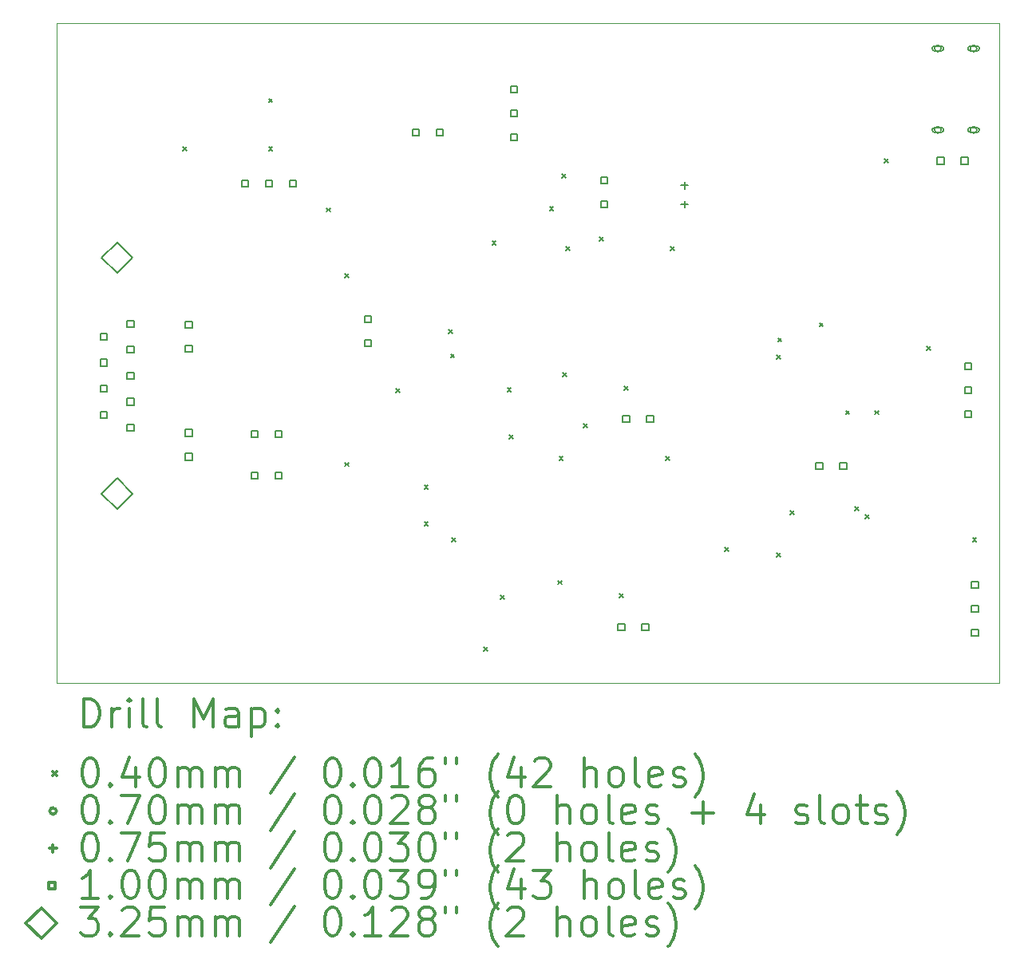
<source format=gbr>
%FSLAX45Y45*%
G04 Gerber Fmt 4.5, Leading zero omitted, Abs format (unit mm)*
G04 Created by KiCad (PCBNEW (5.1.5-0)) date 2022-06-02 10:47:22*
%MOMM*%
%LPD*%
G04 APERTURE LIST*
%TA.AperFunction,Profile*%
%ADD10C,0.050000*%
%TD*%
%ADD11C,0.200000*%
%ADD12C,0.300000*%
G04 APERTURE END LIST*
D10*
X11000000Y-12000000D02*
X11000000Y-5000000D01*
X21000000Y-12000000D02*
X11000000Y-12000000D01*
X21000000Y-5000000D02*
X21000000Y-12000000D01*
X11000000Y-5000000D02*
X21000000Y-5000000D01*
D11*
X12340000Y-6310000D02*
X12380000Y-6350000D01*
X12380000Y-6310000D02*
X12340000Y-6350000D01*
X13250000Y-5800000D02*
X13290000Y-5840000D01*
X13290000Y-5800000D02*
X13250000Y-5840000D01*
X13250000Y-6310000D02*
X13290000Y-6350000D01*
X13290000Y-6310000D02*
X13250000Y-6350000D01*
X13860000Y-6960000D02*
X13900000Y-7000000D01*
X13900000Y-6960000D02*
X13860000Y-7000000D01*
X14060000Y-7660000D02*
X14100000Y-7700000D01*
X14100000Y-7660000D02*
X14060000Y-7700000D01*
X14060000Y-9660000D02*
X14100000Y-9700000D01*
X14100000Y-9660000D02*
X14060000Y-9700000D01*
X14600000Y-8880000D02*
X14640000Y-8920000D01*
X14640000Y-8880000D02*
X14600000Y-8920000D01*
X14900000Y-9900000D02*
X14940000Y-9940000D01*
X14940000Y-9900000D02*
X14900000Y-9940000D01*
X14900000Y-10290000D02*
X14940000Y-10330000D01*
X14940000Y-10290000D02*
X14900000Y-10330000D01*
X15160000Y-8250000D02*
X15200000Y-8290000D01*
X15200000Y-8250000D02*
X15160000Y-8290000D01*
X15180000Y-8510000D02*
X15220000Y-8550000D01*
X15220000Y-8510000D02*
X15180000Y-8550000D01*
X15190000Y-10460000D02*
X15230000Y-10500000D01*
X15230000Y-10460000D02*
X15190000Y-10500000D01*
X15530000Y-11620000D02*
X15570000Y-11660000D01*
X15570000Y-11620000D02*
X15530000Y-11660000D01*
X15620000Y-7310000D02*
X15660000Y-7350000D01*
X15660000Y-7310000D02*
X15620000Y-7350000D01*
X15710000Y-11070000D02*
X15750000Y-11110000D01*
X15750000Y-11070000D02*
X15710000Y-11110000D01*
X15780000Y-8870000D02*
X15820000Y-8910000D01*
X15820000Y-8870000D02*
X15780000Y-8910000D01*
X15800000Y-9370000D02*
X15840000Y-9410000D01*
X15840000Y-9370000D02*
X15800000Y-9410000D01*
X16230000Y-6950000D02*
X16270000Y-6990000D01*
X16270000Y-6950000D02*
X16230000Y-6990000D01*
X16320000Y-10912500D02*
X16360000Y-10952500D01*
X16360000Y-10912500D02*
X16320000Y-10952500D01*
X16330000Y-9600000D02*
X16370000Y-9640000D01*
X16370000Y-9600000D02*
X16330000Y-9640000D01*
X16360000Y-6600000D02*
X16400000Y-6640000D01*
X16400000Y-6600000D02*
X16360000Y-6640000D01*
X16370000Y-8710000D02*
X16410000Y-8750000D01*
X16410000Y-8710000D02*
X16370000Y-8750000D01*
X16400000Y-7370000D02*
X16440000Y-7410000D01*
X16440000Y-7370000D02*
X16400000Y-7410000D01*
X16590000Y-9250000D02*
X16630000Y-9290000D01*
X16630000Y-9250000D02*
X16590000Y-9290000D01*
X16760000Y-7270000D02*
X16800000Y-7310000D01*
X16800000Y-7270000D02*
X16760000Y-7310000D01*
X16970000Y-11052500D02*
X17010000Y-11092500D01*
X17010000Y-11052500D02*
X16970000Y-11092500D01*
X17020000Y-8850000D02*
X17060000Y-8890000D01*
X17060000Y-8850000D02*
X17020000Y-8890000D01*
X17460000Y-9600000D02*
X17500000Y-9640000D01*
X17500000Y-9600000D02*
X17460000Y-9640000D01*
X17510000Y-7370000D02*
X17550000Y-7410000D01*
X17550000Y-7370000D02*
X17510000Y-7410000D01*
X18090000Y-10560000D02*
X18130000Y-10600000D01*
X18130000Y-10560000D02*
X18090000Y-10600000D01*
X18640000Y-8520000D02*
X18680000Y-8560000D01*
X18680000Y-8520000D02*
X18640000Y-8560000D01*
X18640000Y-10620000D02*
X18680000Y-10660000D01*
X18680000Y-10620000D02*
X18640000Y-10660000D01*
X18650000Y-8340000D02*
X18690000Y-8380000D01*
X18690000Y-8340000D02*
X18650000Y-8380000D01*
X18780999Y-10170999D02*
X18820999Y-10210999D01*
X18820999Y-10170999D02*
X18780999Y-10210999D01*
X19090000Y-8180000D02*
X19130000Y-8220000D01*
X19130000Y-8180000D02*
X19090000Y-8220000D01*
X19370000Y-9110000D02*
X19410000Y-9150000D01*
X19410000Y-9110000D02*
X19370000Y-9150000D01*
X19470000Y-10130000D02*
X19510000Y-10170000D01*
X19510000Y-10130000D02*
X19470000Y-10170000D01*
X19577500Y-10213000D02*
X19617500Y-10253000D01*
X19617500Y-10213000D02*
X19577500Y-10253000D01*
X19680000Y-9110000D02*
X19720000Y-9150000D01*
X19720000Y-9110000D02*
X19680000Y-9150000D01*
X19780000Y-6440000D02*
X19820000Y-6480000D01*
X19820000Y-6440000D02*
X19780000Y-6480000D01*
X20230000Y-8430000D02*
X20270000Y-8470000D01*
X20270000Y-8430000D02*
X20230000Y-8470000D01*
X20717500Y-10463000D02*
X20757500Y-10503000D01*
X20757500Y-10463000D02*
X20717500Y-10503000D01*
X20382500Y-5268000D02*
G75*
G03X20382500Y-5268000I-35000J0D01*
G01*
X20312450Y-5293000D02*
X20382550Y-5293000D01*
X20312450Y-5243000D02*
X20382550Y-5243000D01*
X20382550Y-5293000D02*
G75*
G03X20382550Y-5243000I0J25000D01*
G01*
X20312450Y-5243000D02*
G75*
G03X20312450Y-5293000I0J-25000D01*
G01*
X20382500Y-6132000D02*
G75*
G03X20382500Y-6132000I-35000J0D01*
G01*
X20312450Y-6157000D02*
X20382550Y-6157000D01*
X20312450Y-6107000D02*
X20382550Y-6107000D01*
X20382550Y-6157000D02*
G75*
G03X20382550Y-6107000I0J25000D01*
G01*
X20312450Y-6107000D02*
G75*
G03X20312450Y-6157000I0J-25000D01*
G01*
X20762500Y-5268000D02*
G75*
G03X20762500Y-5268000I-35000J0D01*
G01*
X20692450Y-5293000D02*
X20762550Y-5293000D01*
X20692450Y-5243000D02*
X20762550Y-5243000D01*
X20762550Y-5293000D02*
G75*
G03X20762550Y-5243000I0J25000D01*
G01*
X20692450Y-5243000D02*
G75*
G03X20692450Y-5293000I0J-25000D01*
G01*
X20762500Y-6132000D02*
G75*
G03X20762500Y-6132000I-35000J0D01*
G01*
X20692450Y-6157000D02*
X20762550Y-6157000D01*
X20692450Y-6107000D02*
X20762550Y-6107000D01*
X20762550Y-6157000D02*
G75*
G03X20762550Y-6107000I0J25000D01*
G01*
X20692450Y-6107000D02*
G75*
G03X20692450Y-6157000I0J-25000D01*
G01*
X17660000Y-6682500D02*
X17660000Y-6757500D01*
X17622500Y-6720000D02*
X17697500Y-6720000D01*
X17660000Y-6882500D02*
X17660000Y-6957500D01*
X17622500Y-6920000D02*
X17697500Y-6920000D01*
X19125356Y-9735356D02*
X19125356Y-9664644D01*
X19054644Y-9664644D01*
X19054644Y-9735356D01*
X19125356Y-9735356D01*
X19379356Y-9735356D02*
X19379356Y-9664644D01*
X19308644Y-9664644D01*
X19308644Y-9735356D01*
X19379356Y-9735356D01*
X20411356Y-6495356D02*
X20411356Y-6424644D01*
X20340644Y-6424644D01*
X20340644Y-6495356D01*
X20411356Y-6495356D01*
X20665356Y-6495356D02*
X20665356Y-6424644D01*
X20594644Y-6424644D01*
X20594644Y-6495356D01*
X20665356Y-6495356D01*
X13035356Y-6735356D02*
X13035356Y-6664644D01*
X12964644Y-6664644D01*
X12964644Y-6735356D01*
X13035356Y-6735356D01*
X13289356Y-6735356D02*
X13289356Y-6664644D01*
X13218644Y-6664644D01*
X13218644Y-6735356D01*
X13289356Y-6735356D01*
X13543356Y-6735356D02*
X13543356Y-6664644D01*
X13472644Y-6664644D01*
X13472644Y-6735356D01*
X13543356Y-6735356D01*
X12435356Y-8235356D02*
X12435356Y-8164644D01*
X12364644Y-8164644D01*
X12364644Y-8235356D01*
X12435356Y-8235356D01*
X12435356Y-8489356D02*
X12435356Y-8418644D01*
X12364644Y-8418644D01*
X12364644Y-8489356D01*
X12435356Y-8489356D01*
X14845356Y-6195356D02*
X14845356Y-6124644D01*
X14774644Y-6124644D01*
X14774644Y-6195356D01*
X14845356Y-6195356D01*
X15099356Y-6195356D02*
X15099356Y-6124644D01*
X15028644Y-6124644D01*
X15028644Y-6195356D01*
X15099356Y-6195356D01*
X20775356Y-10995356D02*
X20775356Y-10924644D01*
X20704644Y-10924644D01*
X20704644Y-10995356D01*
X20775356Y-10995356D01*
X20775356Y-11249356D02*
X20775356Y-11178644D01*
X20704644Y-11178644D01*
X20704644Y-11249356D01*
X20775356Y-11249356D01*
X20775356Y-11503356D02*
X20775356Y-11432644D01*
X20704644Y-11432644D01*
X20704644Y-11503356D01*
X20775356Y-11503356D01*
X11533356Y-8361356D02*
X11533356Y-8290644D01*
X11462644Y-8290644D01*
X11462644Y-8361356D01*
X11533356Y-8361356D01*
X11533356Y-8637356D02*
X11533356Y-8566644D01*
X11462644Y-8566644D01*
X11462644Y-8637356D01*
X11533356Y-8637356D01*
X11533356Y-8913356D02*
X11533356Y-8842644D01*
X11462644Y-8842644D01*
X11462644Y-8913356D01*
X11533356Y-8913356D01*
X11533356Y-9189356D02*
X11533356Y-9118644D01*
X11462644Y-9118644D01*
X11462644Y-9189356D01*
X11533356Y-9189356D01*
X11817356Y-8223356D02*
X11817356Y-8152644D01*
X11746644Y-8152644D01*
X11746644Y-8223356D01*
X11817356Y-8223356D01*
X11817356Y-8499356D02*
X11817356Y-8428644D01*
X11746644Y-8428644D01*
X11746644Y-8499356D01*
X11817356Y-8499356D01*
X11817356Y-8775356D02*
X11817356Y-8704644D01*
X11746644Y-8704644D01*
X11746644Y-8775356D01*
X11817356Y-8775356D01*
X11817356Y-9051356D02*
X11817356Y-8980644D01*
X11746644Y-8980644D01*
X11746644Y-9051356D01*
X11817356Y-9051356D01*
X11817356Y-9327356D02*
X11817356Y-9256644D01*
X11746644Y-9256644D01*
X11746644Y-9327356D01*
X11817356Y-9327356D01*
X15885356Y-5735356D02*
X15885356Y-5664644D01*
X15814644Y-5664644D01*
X15814644Y-5735356D01*
X15885356Y-5735356D01*
X15885356Y-5989356D02*
X15885356Y-5918644D01*
X15814644Y-5918644D01*
X15814644Y-5989356D01*
X15885356Y-5989356D01*
X15885356Y-6243356D02*
X15885356Y-6172644D01*
X15814644Y-6172644D01*
X15814644Y-6243356D01*
X15885356Y-6243356D01*
X12435356Y-9381356D02*
X12435356Y-9310644D01*
X12364644Y-9310644D01*
X12364644Y-9381356D01*
X12435356Y-9381356D01*
X12435356Y-9635356D02*
X12435356Y-9564644D01*
X12364644Y-9564644D01*
X12364644Y-9635356D01*
X12435356Y-9635356D01*
X17025356Y-11445356D02*
X17025356Y-11374644D01*
X16954644Y-11374644D01*
X16954644Y-11445356D01*
X17025356Y-11445356D01*
X17279356Y-11445356D02*
X17279356Y-11374644D01*
X17208644Y-11374644D01*
X17208644Y-11445356D01*
X17279356Y-11445356D01*
X20705356Y-8675356D02*
X20705356Y-8604644D01*
X20634644Y-8604644D01*
X20634644Y-8675356D01*
X20705356Y-8675356D01*
X20705356Y-8929356D02*
X20705356Y-8858644D01*
X20634644Y-8858644D01*
X20634644Y-8929356D01*
X20705356Y-8929356D01*
X20705356Y-9183356D02*
X20705356Y-9112644D01*
X20634644Y-9112644D01*
X20634644Y-9183356D01*
X20705356Y-9183356D01*
X14335356Y-8175356D02*
X14335356Y-8104644D01*
X14264644Y-8104644D01*
X14264644Y-8175356D01*
X14335356Y-8175356D01*
X14335356Y-8429356D02*
X14335356Y-8358644D01*
X14264644Y-8358644D01*
X14264644Y-8429356D01*
X14335356Y-8429356D01*
X16845356Y-6701356D02*
X16845356Y-6630644D01*
X16774644Y-6630644D01*
X16774644Y-6701356D01*
X16845356Y-6701356D01*
X16845356Y-6955356D02*
X16845356Y-6884644D01*
X16774644Y-6884644D01*
X16774644Y-6955356D01*
X16845356Y-6955356D01*
X17075356Y-9235356D02*
X17075356Y-9164644D01*
X17004644Y-9164644D01*
X17004644Y-9235356D01*
X17075356Y-9235356D01*
X17329356Y-9235356D02*
X17329356Y-9164644D01*
X17258644Y-9164644D01*
X17258644Y-9235356D01*
X17329356Y-9235356D01*
X13135356Y-9835356D02*
X13135356Y-9764644D01*
X13064644Y-9764644D01*
X13064644Y-9835356D01*
X13135356Y-9835356D01*
X13389356Y-9835356D02*
X13389356Y-9764644D01*
X13318644Y-9764644D01*
X13318644Y-9835356D01*
X13389356Y-9835356D01*
X13135356Y-9395356D02*
X13135356Y-9324644D01*
X13064644Y-9324644D01*
X13064644Y-9395356D01*
X13135356Y-9395356D01*
X13389356Y-9395356D02*
X13389356Y-9324644D01*
X13318644Y-9324644D01*
X13318644Y-9395356D01*
X13389356Y-9395356D01*
X11640000Y-7652500D02*
X11802500Y-7490000D01*
X11640000Y-7327500D01*
X11477500Y-7490000D01*
X11640000Y-7652500D01*
X11640000Y-10152500D02*
X11802500Y-9990000D01*
X11640000Y-9827500D01*
X11477500Y-9990000D01*
X11640000Y-10152500D01*
D12*
X11283928Y-12468214D02*
X11283928Y-12168214D01*
X11355357Y-12168214D01*
X11398214Y-12182500D01*
X11426786Y-12211071D01*
X11441071Y-12239643D01*
X11455357Y-12296786D01*
X11455357Y-12339643D01*
X11441071Y-12396786D01*
X11426786Y-12425357D01*
X11398214Y-12453929D01*
X11355357Y-12468214D01*
X11283928Y-12468214D01*
X11583928Y-12468214D02*
X11583928Y-12268214D01*
X11583928Y-12325357D02*
X11598214Y-12296786D01*
X11612500Y-12282500D01*
X11641071Y-12268214D01*
X11669643Y-12268214D01*
X11769643Y-12468214D02*
X11769643Y-12268214D01*
X11769643Y-12168214D02*
X11755357Y-12182500D01*
X11769643Y-12196786D01*
X11783928Y-12182500D01*
X11769643Y-12168214D01*
X11769643Y-12196786D01*
X11955357Y-12468214D02*
X11926786Y-12453929D01*
X11912500Y-12425357D01*
X11912500Y-12168214D01*
X12112500Y-12468214D02*
X12083928Y-12453929D01*
X12069643Y-12425357D01*
X12069643Y-12168214D01*
X12455357Y-12468214D02*
X12455357Y-12168214D01*
X12555357Y-12382500D01*
X12655357Y-12168214D01*
X12655357Y-12468214D01*
X12926786Y-12468214D02*
X12926786Y-12311071D01*
X12912500Y-12282500D01*
X12883928Y-12268214D01*
X12826786Y-12268214D01*
X12798214Y-12282500D01*
X12926786Y-12453929D02*
X12898214Y-12468214D01*
X12826786Y-12468214D01*
X12798214Y-12453929D01*
X12783928Y-12425357D01*
X12783928Y-12396786D01*
X12798214Y-12368214D01*
X12826786Y-12353929D01*
X12898214Y-12353929D01*
X12926786Y-12339643D01*
X13069643Y-12268214D02*
X13069643Y-12568214D01*
X13069643Y-12282500D02*
X13098214Y-12268214D01*
X13155357Y-12268214D01*
X13183928Y-12282500D01*
X13198214Y-12296786D01*
X13212500Y-12325357D01*
X13212500Y-12411071D01*
X13198214Y-12439643D01*
X13183928Y-12453929D01*
X13155357Y-12468214D01*
X13098214Y-12468214D01*
X13069643Y-12453929D01*
X13341071Y-12439643D02*
X13355357Y-12453929D01*
X13341071Y-12468214D01*
X13326786Y-12453929D01*
X13341071Y-12439643D01*
X13341071Y-12468214D01*
X13341071Y-12282500D02*
X13355357Y-12296786D01*
X13341071Y-12311071D01*
X13326786Y-12296786D01*
X13341071Y-12282500D01*
X13341071Y-12311071D01*
X10957500Y-12942500D02*
X10997500Y-12982500D01*
X10997500Y-12942500D02*
X10957500Y-12982500D01*
X11341071Y-12798214D02*
X11369643Y-12798214D01*
X11398214Y-12812500D01*
X11412500Y-12826786D01*
X11426786Y-12855357D01*
X11441071Y-12912500D01*
X11441071Y-12983929D01*
X11426786Y-13041071D01*
X11412500Y-13069643D01*
X11398214Y-13083929D01*
X11369643Y-13098214D01*
X11341071Y-13098214D01*
X11312500Y-13083929D01*
X11298214Y-13069643D01*
X11283928Y-13041071D01*
X11269643Y-12983929D01*
X11269643Y-12912500D01*
X11283928Y-12855357D01*
X11298214Y-12826786D01*
X11312500Y-12812500D01*
X11341071Y-12798214D01*
X11569643Y-13069643D02*
X11583928Y-13083929D01*
X11569643Y-13098214D01*
X11555357Y-13083929D01*
X11569643Y-13069643D01*
X11569643Y-13098214D01*
X11841071Y-12898214D02*
X11841071Y-13098214D01*
X11769643Y-12783929D02*
X11698214Y-12998214D01*
X11883928Y-12998214D01*
X12055357Y-12798214D02*
X12083928Y-12798214D01*
X12112500Y-12812500D01*
X12126786Y-12826786D01*
X12141071Y-12855357D01*
X12155357Y-12912500D01*
X12155357Y-12983929D01*
X12141071Y-13041071D01*
X12126786Y-13069643D01*
X12112500Y-13083929D01*
X12083928Y-13098214D01*
X12055357Y-13098214D01*
X12026786Y-13083929D01*
X12012500Y-13069643D01*
X11998214Y-13041071D01*
X11983928Y-12983929D01*
X11983928Y-12912500D01*
X11998214Y-12855357D01*
X12012500Y-12826786D01*
X12026786Y-12812500D01*
X12055357Y-12798214D01*
X12283928Y-13098214D02*
X12283928Y-12898214D01*
X12283928Y-12926786D02*
X12298214Y-12912500D01*
X12326786Y-12898214D01*
X12369643Y-12898214D01*
X12398214Y-12912500D01*
X12412500Y-12941071D01*
X12412500Y-13098214D01*
X12412500Y-12941071D02*
X12426786Y-12912500D01*
X12455357Y-12898214D01*
X12498214Y-12898214D01*
X12526786Y-12912500D01*
X12541071Y-12941071D01*
X12541071Y-13098214D01*
X12683928Y-13098214D02*
X12683928Y-12898214D01*
X12683928Y-12926786D02*
X12698214Y-12912500D01*
X12726786Y-12898214D01*
X12769643Y-12898214D01*
X12798214Y-12912500D01*
X12812500Y-12941071D01*
X12812500Y-13098214D01*
X12812500Y-12941071D02*
X12826786Y-12912500D01*
X12855357Y-12898214D01*
X12898214Y-12898214D01*
X12926786Y-12912500D01*
X12941071Y-12941071D01*
X12941071Y-13098214D01*
X13526786Y-12783929D02*
X13269643Y-13169643D01*
X13912500Y-12798214D02*
X13941071Y-12798214D01*
X13969643Y-12812500D01*
X13983928Y-12826786D01*
X13998214Y-12855357D01*
X14012500Y-12912500D01*
X14012500Y-12983929D01*
X13998214Y-13041071D01*
X13983928Y-13069643D01*
X13969643Y-13083929D01*
X13941071Y-13098214D01*
X13912500Y-13098214D01*
X13883928Y-13083929D01*
X13869643Y-13069643D01*
X13855357Y-13041071D01*
X13841071Y-12983929D01*
X13841071Y-12912500D01*
X13855357Y-12855357D01*
X13869643Y-12826786D01*
X13883928Y-12812500D01*
X13912500Y-12798214D01*
X14141071Y-13069643D02*
X14155357Y-13083929D01*
X14141071Y-13098214D01*
X14126786Y-13083929D01*
X14141071Y-13069643D01*
X14141071Y-13098214D01*
X14341071Y-12798214D02*
X14369643Y-12798214D01*
X14398214Y-12812500D01*
X14412500Y-12826786D01*
X14426786Y-12855357D01*
X14441071Y-12912500D01*
X14441071Y-12983929D01*
X14426786Y-13041071D01*
X14412500Y-13069643D01*
X14398214Y-13083929D01*
X14369643Y-13098214D01*
X14341071Y-13098214D01*
X14312500Y-13083929D01*
X14298214Y-13069643D01*
X14283928Y-13041071D01*
X14269643Y-12983929D01*
X14269643Y-12912500D01*
X14283928Y-12855357D01*
X14298214Y-12826786D01*
X14312500Y-12812500D01*
X14341071Y-12798214D01*
X14726786Y-13098214D02*
X14555357Y-13098214D01*
X14641071Y-13098214D02*
X14641071Y-12798214D01*
X14612500Y-12841071D01*
X14583928Y-12869643D01*
X14555357Y-12883929D01*
X14983928Y-12798214D02*
X14926786Y-12798214D01*
X14898214Y-12812500D01*
X14883928Y-12826786D01*
X14855357Y-12869643D01*
X14841071Y-12926786D01*
X14841071Y-13041071D01*
X14855357Y-13069643D01*
X14869643Y-13083929D01*
X14898214Y-13098214D01*
X14955357Y-13098214D01*
X14983928Y-13083929D01*
X14998214Y-13069643D01*
X15012500Y-13041071D01*
X15012500Y-12969643D01*
X14998214Y-12941071D01*
X14983928Y-12926786D01*
X14955357Y-12912500D01*
X14898214Y-12912500D01*
X14869643Y-12926786D01*
X14855357Y-12941071D01*
X14841071Y-12969643D01*
X15126786Y-12798214D02*
X15126786Y-12855357D01*
X15241071Y-12798214D02*
X15241071Y-12855357D01*
X15683928Y-13212500D02*
X15669643Y-13198214D01*
X15641071Y-13155357D01*
X15626786Y-13126786D01*
X15612500Y-13083929D01*
X15598214Y-13012500D01*
X15598214Y-12955357D01*
X15612500Y-12883929D01*
X15626786Y-12841071D01*
X15641071Y-12812500D01*
X15669643Y-12769643D01*
X15683928Y-12755357D01*
X15926786Y-12898214D02*
X15926786Y-13098214D01*
X15855357Y-12783929D02*
X15783928Y-12998214D01*
X15969643Y-12998214D01*
X16069643Y-12826786D02*
X16083928Y-12812500D01*
X16112500Y-12798214D01*
X16183928Y-12798214D01*
X16212500Y-12812500D01*
X16226786Y-12826786D01*
X16241071Y-12855357D01*
X16241071Y-12883929D01*
X16226786Y-12926786D01*
X16055357Y-13098214D01*
X16241071Y-13098214D01*
X16598214Y-13098214D02*
X16598214Y-12798214D01*
X16726786Y-13098214D02*
X16726786Y-12941071D01*
X16712500Y-12912500D01*
X16683928Y-12898214D01*
X16641071Y-12898214D01*
X16612500Y-12912500D01*
X16598214Y-12926786D01*
X16912500Y-13098214D02*
X16883928Y-13083929D01*
X16869643Y-13069643D01*
X16855357Y-13041071D01*
X16855357Y-12955357D01*
X16869643Y-12926786D01*
X16883928Y-12912500D01*
X16912500Y-12898214D01*
X16955357Y-12898214D01*
X16983928Y-12912500D01*
X16998214Y-12926786D01*
X17012500Y-12955357D01*
X17012500Y-13041071D01*
X16998214Y-13069643D01*
X16983928Y-13083929D01*
X16955357Y-13098214D01*
X16912500Y-13098214D01*
X17183928Y-13098214D02*
X17155357Y-13083929D01*
X17141071Y-13055357D01*
X17141071Y-12798214D01*
X17412500Y-13083929D02*
X17383928Y-13098214D01*
X17326786Y-13098214D01*
X17298214Y-13083929D01*
X17283928Y-13055357D01*
X17283928Y-12941071D01*
X17298214Y-12912500D01*
X17326786Y-12898214D01*
X17383928Y-12898214D01*
X17412500Y-12912500D01*
X17426786Y-12941071D01*
X17426786Y-12969643D01*
X17283928Y-12998214D01*
X17541071Y-13083929D02*
X17569643Y-13098214D01*
X17626786Y-13098214D01*
X17655357Y-13083929D01*
X17669643Y-13055357D01*
X17669643Y-13041071D01*
X17655357Y-13012500D01*
X17626786Y-12998214D01*
X17583928Y-12998214D01*
X17555357Y-12983929D01*
X17541071Y-12955357D01*
X17541071Y-12941071D01*
X17555357Y-12912500D01*
X17583928Y-12898214D01*
X17626786Y-12898214D01*
X17655357Y-12912500D01*
X17769643Y-13212500D02*
X17783928Y-13198214D01*
X17812500Y-13155357D01*
X17826786Y-13126786D01*
X17841071Y-13083929D01*
X17855357Y-13012500D01*
X17855357Y-12955357D01*
X17841071Y-12883929D01*
X17826786Y-12841071D01*
X17812500Y-12812500D01*
X17783928Y-12769643D01*
X17769643Y-12755357D01*
X10997500Y-13358500D02*
G75*
G03X10997500Y-13358500I-35000J0D01*
G01*
X11341071Y-13194214D02*
X11369643Y-13194214D01*
X11398214Y-13208500D01*
X11412500Y-13222786D01*
X11426786Y-13251357D01*
X11441071Y-13308500D01*
X11441071Y-13379929D01*
X11426786Y-13437071D01*
X11412500Y-13465643D01*
X11398214Y-13479929D01*
X11369643Y-13494214D01*
X11341071Y-13494214D01*
X11312500Y-13479929D01*
X11298214Y-13465643D01*
X11283928Y-13437071D01*
X11269643Y-13379929D01*
X11269643Y-13308500D01*
X11283928Y-13251357D01*
X11298214Y-13222786D01*
X11312500Y-13208500D01*
X11341071Y-13194214D01*
X11569643Y-13465643D02*
X11583928Y-13479929D01*
X11569643Y-13494214D01*
X11555357Y-13479929D01*
X11569643Y-13465643D01*
X11569643Y-13494214D01*
X11683928Y-13194214D02*
X11883928Y-13194214D01*
X11755357Y-13494214D01*
X12055357Y-13194214D02*
X12083928Y-13194214D01*
X12112500Y-13208500D01*
X12126786Y-13222786D01*
X12141071Y-13251357D01*
X12155357Y-13308500D01*
X12155357Y-13379929D01*
X12141071Y-13437071D01*
X12126786Y-13465643D01*
X12112500Y-13479929D01*
X12083928Y-13494214D01*
X12055357Y-13494214D01*
X12026786Y-13479929D01*
X12012500Y-13465643D01*
X11998214Y-13437071D01*
X11983928Y-13379929D01*
X11983928Y-13308500D01*
X11998214Y-13251357D01*
X12012500Y-13222786D01*
X12026786Y-13208500D01*
X12055357Y-13194214D01*
X12283928Y-13494214D02*
X12283928Y-13294214D01*
X12283928Y-13322786D02*
X12298214Y-13308500D01*
X12326786Y-13294214D01*
X12369643Y-13294214D01*
X12398214Y-13308500D01*
X12412500Y-13337071D01*
X12412500Y-13494214D01*
X12412500Y-13337071D02*
X12426786Y-13308500D01*
X12455357Y-13294214D01*
X12498214Y-13294214D01*
X12526786Y-13308500D01*
X12541071Y-13337071D01*
X12541071Y-13494214D01*
X12683928Y-13494214D02*
X12683928Y-13294214D01*
X12683928Y-13322786D02*
X12698214Y-13308500D01*
X12726786Y-13294214D01*
X12769643Y-13294214D01*
X12798214Y-13308500D01*
X12812500Y-13337071D01*
X12812500Y-13494214D01*
X12812500Y-13337071D02*
X12826786Y-13308500D01*
X12855357Y-13294214D01*
X12898214Y-13294214D01*
X12926786Y-13308500D01*
X12941071Y-13337071D01*
X12941071Y-13494214D01*
X13526786Y-13179929D02*
X13269643Y-13565643D01*
X13912500Y-13194214D02*
X13941071Y-13194214D01*
X13969643Y-13208500D01*
X13983928Y-13222786D01*
X13998214Y-13251357D01*
X14012500Y-13308500D01*
X14012500Y-13379929D01*
X13998214Y-13437071D01*
X13983928Y-13465643D01*
X13969643Y-13479929D01*
X13941071Y-13494214D01*
X13912500Y-13494214D01*
X13883928Y-13479929D01*
X13869643Y-13465643D01*
X13855357Y-13437071D01*
X13841071Y-13379929D01*
X13841071Y-13308500D01*
X13855357Y-13251357D01*
X13869643Y-13222786D01*
X13883928Y-13208500D01*
X13912500Y-13194214D01*
X14141071Y-13465643D02*
X14155357Y-13479929D01*
X14141071Y-13494214D01*
X14126786Y-13479929D01*
X14141071Y-13465643D01*
X14141071Y-13494214D01*
X14341071Y-13194214D02*
X14369643Y-13194214D01*
X14398214Y-13208500D01*
X14412500Y-13222786D01*
X14426786Y-13251357D01*
X14441071Y-13308500D01*
X14441071Y-13379929D01*
X14426786Y-13437071D01*
X14412500Y-13465643D01*
X14398214Y-13479929D01*
X14369643Y-13494214D01*
X14341071Y-13494214D01*
X14312500Y-13479929D01*
X14298214Y-13465643D01*
X14283928Y-13437071D01*
X14269643Y-13379929D01*
X14269643Y-13308500D01*
X14283928Y-13251357D01*
X14298214Y-13222786D01*
X14312500Y-13208500D01*
X14341071Y-13194214D01*
X14555357Y-13222786D02*
X14569643Y-13208500D01*
X14598214Y-13194214D01*
X14669643Y-13194214D01*
X14698214Y-13208500D01*
X14712500Y-13222786D01*
X14726786Y-13251357D01*
X14726786Y-13279929D01*
X14712500Y-13322786D01*
X14541071Y-13494214D01*
X14726786Y-13494214D01*
X14898214Y-13322786D02*
X14869643Y-13308500D01*
X14855357Y-13294214D01*
X14841071Y-13265643D01*
X14841071Y-13251357D01*
X14855357Y-13222786D01*
X14869643Y-13208500D01*
X14898214Y-13194214D01*
X14955357Y-13194214D01*
X14983928Y-13208500D01*
X14998214Y-13222786D01*
X15012500Y-13251357D01*
X15012500Y-13265643D01*
X14998214Y-13294214D01*
X14983928Y-13308500D01*
X14955357Y-13322786D01*
X14898214Y-13322786D01*
X14869643Y-13337071D01*
X14855357Y-13351357D01*
X14841071Y-13379929D01*
X14841071Y-13437071D01*
X14855357Y-13465643D01*
X14869643Y-13479929D01*
X14898214Y-13494214D01*
X14955357Y-13494214D01*
X14983928Y-13479929D01*
X14998214Y-13465643D01*
X15012500Y-13437071D01*
X15012500Y-13379929D01*
X14998214Y-13351357D01*
X14983928Y-13337071D01*
X14955357Y-13322786D01*
X15126786Y-13194214D02*
X15126786Y-13251357D01*
X15241071Y-13194214D02*
X15241071Y-13251357D01*
X15683928Y-13608500D02*
X15669643Y-13594214D01*
X15641071Y-13551357D01*
X15626786Y-13522786D01*
X15612500Y-13479929D01*
X15598214Y-13408500D01*
X15598214Y-13351357D01*
X15612500Y-13279929D01*
X15626786Y-13237071D01*
X15641071Y-13208500D01*
X15669643Y-13165643D01*
X15683928Y-13151357D01*
X15855357Y-13194214D02*
X15883928Y-13194214D01*
X15912500Y-13208500D01*
X15926786Y-13222786D01*
X15941071Y-13251357D01*
X15955357Y-13308500D01*
X15955357Y-13379929D01*
X15941071Y-13437071D01*
X15926786Y-13465643D01*
X15912500Y-13479929D01*
X15883928Y-13494214D01*
X15855357Y-13494214D01*
X15826786Y-13479929D01*
X15812500Y-13465643D01*
X15798214Y-13437071D01*
X15783928Y-13379929D01*
X15783928Y-13308500D01*
X15798214Y-13251357D01*
X15812500Y-13222786D01*
X15826786Y-13208500D01*
X15855357Y-13194214D01*
X16312500Y-13494214D02*
X16312500Y-13194214D01*
X16441071Y-13494214D02*
X16441071Y-13337071D01*
X16426786Y-13308500D01*
X16398214Y-13294214D01*
X16355357Y-13294214D01*
X16326786Y-13308500D01*
X16312500Y-13322786D01*
X16626786Y-13494214D02*
X16598214Y-13479929D01*
X16583928Y-13465643D01*
X16569643Y-13437071D01*
X16569643Y-13351357D01*
X16583928Y-13322786D01*
X16598214Y-13308500D01*
X16626786Y-13294214D01*
X16669643Y-13294214D01*
X16698214Y-13308500D01*
X16712500Y-13322786D01*
X16726786Y-13351357D01*
X16726786Y-13437071D01*
X16712500Y-13465643D01*
X16698214Y-13479929D01*
X16669643Y-13494214D01*
X16626786Y-13494214D01*
X16898214Y-13494214D02*
X16869643Y-13479929D01*
X16855357Y-13451357D01*
X16855357Y-13194214D01*
X17126786Y-13479929D02*
X17098214Y-13494214D01*
X17041071Y-13494214D01*
X17012500Y-13479929D01*
X16998214Y-13451357D01*
X16998214Y-13337071D01*
X17012500Y-13308500D01*
X17041071Y-13294214D01*
X17098214Y-13294214D01*
X17126786Y-13308500D01*
X17141071Y-13337071D01*
X17141071Y-13365643D01*
X16998214Y-13394214D01*
X17255357Y-13479929D02*
X17283928Y-13494214D01*
X17341071Y-13494214D01*
X17369643Y-13479929D01*
X17383928Y-13451357D01*
X17383928Y-13437071D01*
X17369643Y-13408500D01*
X17341071Y-13394214D01*
X17298214Y-13394214D01*
X17269643Y-13379929D01*
X17255357Y-13351357D01*
X17255357Y-13337071D01*
X17269643Y-13308500D01*
X17298214Y-13294214D01*
X17341071Y-13294214D01*
X17369643Y-13308500D01*
X17741071Y-13379929D02*
X17969643Y-13379929D01*
X17855357Y-13494214D02*
X17855357Y-13265643D01*
X18469643Y-13294214D02*
X18469643Y-13494214D01*
X18398214Y-13179929D02*
X18326786Y-13394214D01*
X18512500Y-13394214D01*
X18841071Y-13479929D02*
X18869643Y-13494214D01*
X18926786Y-13494214D01*
X18955357Y-13479929D01*
X18969643Y-13451357D01*
X18969643Y-13437071D01*
X18955357Y-13408500D01*
X18926786Y-13394214D01*
X18883928Y-13394214D01*
X18855357Y-13379929D01*
X18841071Y-13351357D01*
X18841071Y-13337071D01*
X18855357Y-13308500D01*
X18883928Y-13294214D01*
X18926786Y-13294214D01*
X18955357Y-13308500D01*
X19141071Y-13494214D02*
X19112500Y-13479929D01*
X19098214Y-13451357D01*
X19098214Y-13194214D01*
X19298214Y-13494214D02*
X19269643Y-13479929D01*
X19255357Y-13465643D01*
X19241071Y-13437071D01*
X19241071Y-13351357D01*
X19255357Y-13322786D01*
X19269643Y-13308500D01*
X19298214Y-13294214D01*
X19341071Y-13294214D01*
X19369643Y-13308500D01*
X19383928Y-13322786D01*
X19398214Y-13351357D01*
X19398214Y-13437071D01*
X19383928Y-13465643D01*
X19369643Y-13479929D01*
X19341071Y-13494214D01*
X19298214Y-13494214D01*
X19483928Y-13294214D02*
X19598214Y-13294214D01*
X19526786Y-13194214D02*
X19526786Y-13451357D01*
X19541071Y-13479929D01*
X19569643Y-13494214D01*
X19598214Y-13494214D01*
X19683928Y-13479929D02*
X19712500Y-13494214D01*
X19769643Y-13494214D01*
X19798214Y-13479929D01*
X19812500Y-13451357D01*
X19812500Y-13437071D01*
X19798214Y-13408500D01*
X19769643Y-13394214D01*
X19726786Y-13394214D01*
X19698214Y-13379929D01*
X19683928Y-13351357D01*
X19683928Y-13337071D01*
X19698214Y-13308500D01*
X19726786Y-13294214D01*
X19769643Y-13294214D01*
X19798214Y-13308500D01*
X19912500Y-13608500D02*
X19926786Y-13594214D01*
X19955357Y-13551357D01*
X19969643Y-13522786D01*
X19983928Y-13479929D01*
X19998214Y-13408500D01*
X19998214Y-13351357D01*
X19983928Y-13279929D01*
X19969643Y-13237071D01*
X19955357Y-13208500D01*
X19926786Y-13165643D01*
X19912500Y-13151357D01*
X10960000Y-13717000D02*
X10960000Y-13792000D01*
X10922500Y-13754500D02*
X10997500Y-13754500D01*
X11341071Y-13590214D02*
X11369643Y-13590214D01*
X11398214Y-13604500D01*
X11412500Y-13618786D01*
X11426786Y-13647357D01*
X11441071Y-13704500D01*
X11441071Y-13775929D01*
X11426786Y-13833071D01*
X11412500Y-13861643D01*
X11398214Y-13875929D01*
X11369643Y-13890214D01*
X11341071Y-13890214D01*
X11312500Y-13875929D01*
X11298214Y-13861643D01*
X11283928Y-13833071D01*
X11269643Y-13775929D01*
X11269643Y-13704500D01*
X11283928Y-13647357D01*
X11298214Y-13618786D01*
X11312500Y-13604500D01*
X11341071Y-13590214D01*
X11569643Y-13861643D02*
X11583928Y-13875929D01*
X11569643Y-13890214D01*
X11555357Y-13875929D01*
X11569643Y-13861643D01*
X11569643Y-13890214D01*
X11683928Y-13590214D02*
X11883928Y-13590214D01*
X11755357Y-13890214D01*
X12141071Y-13590214D02*
X11998214Y-13590214D01*
X11983928Y-13733071D01*
X11998214Y-13718786D01*
X12026786Y-13704500D01*
X12098214Y-13704500D01*
X12126786Y-13718786D01*
X12141071Y-13733071D01*
X12155357Y-13761643D01*
X12155357Y-13833071D01*
X12141071Y-13861643D01*
X12126786Y-13875929D01*
X12098214Y-13890214D01*
X12026786Y-13890214D01*
X11998214Y-13875929D01*
X11983928Y-13861643D01*
X12283928Y-13890214D02*
X12283928Y-13690214D01*
X12283928Y-13718786D02*
X12298214Y-13704500D01*
X12326786Y-13690214D01*
X12369643Y-13690214D01*
X12398214Y-13704500D01*
X12412500Y-13733071D01*
X12412500Y-13890214D01*
X12412500Y-13733071D02*
X12426786Y-13704500D01*
X12455357Y-13690214D01*
X12498214Y-13690214D01*
X12526786Y-13704500D01*
X12541071Y-13733071D01*
X12541071Y-13890214D01*
X12683928Y-13890214D02*
X12683928Y-13690214D01*
X12683928Y-13718786D02*
X12698214Y-13704500D01*
X12726786Y-13690214D01*
X12769643Y-13690214D01*
X12798214Y-13704500D01*
X12812500Y-13733071D01*
X12812500Y-13890214D01*
X12812500Y-13733071D02*
X12826786Y-13704500D01*
X12855357Y-13690214D01*
X12898214Y-13690214D01*
X12926786Y-13704500D01*
X12941071Y-13733071D01*
X12941071Y-13890214D01*
X13526786Y-13575929D02*
X13269643Y-13961643D01*
X13912500Y-13590214D02*
X13941071Y-13590214D01*
X13969643Y-13604500D01*
X13983928Y-13618786D01*
X13998214Y-13647357D01*
X14012500Y-13704500D01*
X14012500Y-13775929D01*
X13998214Y-13833071D01*
X13983928Y-13861643D01*
X13969643Y-13875929D01*
X13941071Y-13890214D01*
X13912500Y-13890214D01*
X13883928Y-13875929D01*
X13869643Y-13861643D01*
X13855357Y-13833071D01*
X13841071Y-13775929D01*
X13841071Y-13704500D01*
X13855357Y-13647357D01*
X13869643Y-13618786D01*
X13883928Y-13604500D01*
X13912500Y-13590214D01*
X14141071Y-13861643D02*
X14155357Y-13875929D01*
X14141071Y-13890214D01*
X14126786Y-13875929D01*
X14141071Y-13861643D01*
X14141071Y-13890214D01*
X14341071Y-13590214D02*
X14369643Y-13590214D01*
X14398214Y-13604500D01*
X14412500Y-13618786D01*
X14426786Y-13647357D01*
X14441071Y-13704500D01*
X14441071Y-13775929D01*
X14426786Y-13833071D01*
X14412500Y-13861643D01*
X14398214Y-13875929D01*
X14369643Y-13890214D01*
X14341071Y-13890214D01*
X14312500Y-13875929D01*
X14298214Y-13861643D01*
X14283928Y-13833071D01*
X14269643Y-13775929D01*
X14269643Y-13704500D01*
X14283928Y-13647357D01*
X14298214Y-13618786D01*
X14312500Y-13604500D01*
X14341071Y-13590214D01*
X14541071Y-13590214D02*
X14726786Y-13590214D01*
X14626786Y-13704500D01*
X14669643Y-13704500D01*
X14698214Y-13718786D01*
X14712500Y-13733071D01*
X14726786Y-13761643D01*
X14726786Y-13833071D01*
X14712500Y-13861643D01*
X14698214Y-13875929D01*
X14669643Y-13890214D01*
X14583928Y-13890214D01*
X14555357Y-13875929D01*
X14541071Y-13861643D01*
X14912500Y-13590214D02*
X14941071Y-13590214D01*
X14969643Y-13604500D01*
X14983928Y-13618786D01*
X14998214Y-13647357D01*
X15012500Y-13704500D01*
X15012500Y-13775929D01*
X14998214Y-13833071D01*
X14983928Y-13861643D01*
X14969643Y-13875929D01*
X14941071Y-13890214D01*
X14912500Y-13890214D01*
X14883928Y-13875929D01*
X14869643Y-13861643D01*
X14855357Y-13833071D01*
X14841071Y-13775929D01*
X14841071Y-13704500D01*
X14855357Y-13647357D01*
X14869643Y-13618786D01*
X14883928Y-13604500D01*
X14912500Y-13590214D01*
X15126786Y-13590214D02*
X15126786Y-13647357D01*
X15241071Y-13590214D02*
X15241071Y-13647357D01*
X15683928Y-14004500D02*
X15669643Y-13990214D01*
X15641071Y-13947357D01*
X15626786Y-13918786D01*
X15612500Y-13875929D01*
X15598214Y-13804500D01*
X15598214Y-13747357D01*
X15612500Y-13675929D01*
X15626786Y-13633071D01*
X15641071Y-13604500D01*
X15669643Y-13561643D01*
X15683928Y-13547357D01*
X15783928Y-13618786D02*
X15798214Y-13604500D01*
X15826786Y-13590214D01*
X15898214Y-13590214D01*
X15926786Y-13604500D01*
X15941071Y-13618786D01*
X15955357Y-13647357D01*
X15955357Y-13675929D01*
X15941071Y-13718786D01*
X15769643Y-13890214D01*
X15955357Y-13890214D01*
X16312500Y-13890214D02*
X16312500Y-13590214D01*
X16441071Y-13890214D02*
X16441071Y-13733071D01*
X16426786Y-13704500D01*
X16398214Y-13690214D01*
X16355357Y-13690214D01*
X16326786Y-13704500D01*
X16312500Y-13718786D01*
X16626786Y-13890214D02*
X16598214Y-13875929D01*
X16583928Y-13861643D01*
X16569643Y-13833071D01*
X16569643Y-13747357D01*
X16583928Y-13718786D01*
X16598214Y-13704500D01*
X16626786Y-13690214D01*
X16669643Y-13690214D01*
X16698214Y-13704500D01*
X16712500Y-13718786D01*
X16726786Y-13747357D01*
X16726786Y-13833071D01*
X16712500Y-13861643D01*
X16698214Y-13875929D01*
X16669643Y-13890214D01*
X16626786Y-13890214D01*
X16898214Y-13890214D02*
X16869643Y-13875929D01*
X16855357Y-13847357D01*
X16855357Y-13590214D01*
X17126786Y-13875929D02*
X17098214Y-13890214D01*
X17041071Y-13890214D01*
X17012500Y-13875929D01*
X16998214Y-13847357D01*
X16998214Y-13733071D01*
X17012500Y-13704500D01*
X17041071Y-13690214D01*
X17098214Y-13690214D01*
X17126786Y-13704500D01*
X17141071Y-13733071D01*
X17141071Y-13761643D01*
X16998214Y-13790214D01*
X17255357Y-13875929D02*
X17283928Y-13890214D01*
X17341071Y-13890214D01*
X17369643Y-13875929D01*
X17383928Y-13847357D01*
X17383928Y-13833071D01*
X17369643Y-13804500D01*
X17341071Y-13790214D01*
X17298214Y-13790214D01*
X17269643Y-13775929D01*
X17255357Y-13747357D01*
X17255357Y-13733071D01*
X17269643Y-13704500D01*
X17298214Y-13690214D01*
X17341071Y-13690214D01*
X17369643Y-13704500D01*
X17483928Y-14004500D02*
X17498214Y-13990214D01*
X17526786Y-13947357D01*
X17541071Y-13918786D01*
X17555357Y-13875929D01*
X17569643Y-13804500D01*
X17569643Y-13747357D01*
X17555357Y-13675929D01*
X17541071Y-13633071D01*
X17526786Y-13604500D01*
X17498214Y-13561643D01*
X17483928Y-13547357D01*
X10982856Y-14185856D02*
X10982856Y-14115144D01*
X10912144Y-14115144D01*
X10912144Y-14185856D01*
X10982856Y-14185856D01*
X11441071Y-14286214D02*
X11269643Y-14286214D01*
X11355357Y-14286214D02*
X11355357Y-13986214D01*
X11326786Y-14029071D01*
X11298214Y-14057643D01*
X11269643Y-14071929D01*
X11569643Y-14257643D02*
X11583928Y-14271929D01*
X11569643Y-14286214D01*
X11555357Y-14271929D01*
X11569643Y-14257643D01*
X11569643Y-14286214D01*
X11769643Y-13986214D02*
X11798214Y-13986214D01*
X11826786Y-14000500D01*
X11841071Y-14014786D01*
X11855357Y-14043357D01*
X11869643Y-14100500D01*
X11869643Y-14171929D01*
X11855357Y-14229071D01*
X11841071Y-14257643D01*
X11826786Y-14271929D01*
X11798214Y-14286214D01*
X11769643Y-14286214D01*
X11741071Y-14271929D01*
X11726786Y-14257643D01*
X11712500Y-14229071D01*
X11698214Y-14171929D01*
X11698214Y-14100500D01*
X11712500Y-14043357D01*
X11726786Y-14014786D01*
X11741071Y-14000500D01*
X11769643Y-13986214D01*
X12055357Y-13986214D02*
X12083928Y-13986214D01*
X12112500Y-14000500D01*
X12126786Y-14014786D01*
X12141071Y-14043357D01*
X12155357Y-14100500D01*
X12155357Y-14171929D01*
X12141071Y-14229071D01*
X12126786Y-14257643D01*
X12112500Y-14271929D01*
X12083928Y-14286214D01*
X12055357Y-14286214D01*
X12026786Y-14271929D01*
X12012500Y-14257643D01*
X11998214Y-14229071D01*
X11983928Y-14171929D01*
X11983928Y-14100500D01*
X11998214Y-14043357D01*
X12012500Y-14014786D01*
X12026786Y-14000500D01*
X12055357Y-13986214D01*
X12283928Y-14286214D02*
X12283928Y-14086214D01*
X12283928Y-14114786D02*
X12298214Y-14100500D01*
X12326786Y-14086214D01*
X12369643Y-14086214D01*
X12398214Y-14100500D01*
X12412500Y-14129071D01*
X12412500Y-14286214D01*
X12412500Y-14129071D02*
X12426786Y-14100500D01*
X12455357Y-14086214D01*
X12498214Y-14086214D01*
X12526786Y-14100500D01*
X12541071Y-14129071D01*
X12541071Y-14286214D01*
X12683928Y-14286214D02*
X12683928Y-14086214D01*
X12683928Y-14114786D02*
X12698214Y-14100500D01*
X12726786Y-14086214D01*
X12769643Y-14086214D01*
X12798214Y-14100500D01*
X12812500Y-14129071D01*
X12812500Y-14286214D01*
X12812500Y-14129071D02*
X12826786Y-14100500D01*
X12855357Y-14086214D01*
X12898214Y-14086214D01*
X12926786Y-14100500D01*
X12941071Y-14129071D01*
X12941071Y-14286214D01*
X13526786Y-13971929D02*
X13269643Y-14357643D01*
X13912500Y-13986214D02*
X13941071Y-13986214D01*
X13969643Y-14000500D01*
X13983928Y-14014786D01*
X13998214Y-14043357D01*
X14012500Y-14100500D01*
X14012500Y-14171929D01*
X13998214Y-14229071D01*
X13983928Y-14257643D01*
X13969643Y-14271929D01*
X13941071Y-14286214D01*
X13912500Y-14286214D01*
X13883928Y-14271929D01*
X13869643Y-14257643D01*
X13855357Y-14229071D01*
X13841071Y-14171929D01*
X13841071Y-14100500D01*
X13855357Y-14043357D01*
X13869643Y-14014786D01*
X13883928Y-14000500D01*
X13912500Y-13986214D01*
X14141071Y-14257643D02*
X14155357Y-14271929D01*
X14141071Y-14286214D01*
X14126786Y-14271929D01*
X14141071Y-14257643D01*
X14141071Y-14286214D01*
X14341071Y-13986214D02*
X14369643Y-13986214D01*
X14398214Y-14000500D01*
X14412500Y-14014786D01*
X14426786Y-14043357D01*
X14441071Y-14100500D01*
X14441071Y-14171929D01*
X14426786Y-14229071D01*
X14412500Y-14257643D01*
X14398214Y-14271929D01*
X14369643Y-14286214D01*
X14341071Y-14286214D01*
X14312500Y-14271929D01*
X14298214Y-14257643D01*
X14283928Y-14229071D01*
X14269643Y-14171929D01*
X14269643Y-14100500D01*
X14283928Y-14043357D01*
X14298214Y-14014786D01*
X14312500Y-14000500D01*
X14341071Y-13986214D01*
X14541071Y-13986214D02*
X14726786Y-13986214D01*
X14626786Y-14100500D01*
X14669643Y-14100500D01*
X14698214Y-14114786D01*
X14712500Y-14129071D01*
X14726786Y-14157643D01*
X14726786Y-14229071D01*
X14712500Y-14257643D01*
X14698214Y-14271929D01*
X14669643Y-14286214D01*
X14583928Y-14286214D01*
X14555357Y-14271929D01*
X14541071Y-14257643D01*
X14869643Y-14286214D02*
X14926786Y-14286214D01*
X14955357Y-14271929D01*
X14969643Y-14257643D01*
X14998214Y-14214786D01*
X15012500Y-14157643D01*
X15012500Y-14043357D01*
X14998214Y-14014786D01*
X14983928Y-14000500D01*
X14955357Y-13986214D01*
X14898214Y-13986214D01*
X14869643Y-14000500D01*
X14855357Y-14014786D01*
X14841071Y-14043357D01*
X14841071Y-14114786D01*
X14855357Y-14143357D01*
X14869643Y-14157643D01*
X14898214Y-14171929D01*
X14955357Y-14171929D01*
X14983928Y-14157643D01*
X14998214Y-14143357D01*
X15012500Y-14114786D01*
X15126786Y-13986214D02*
X15126786Y-14043357D01*
X15241071Y-13986214D02*
X15241071Y-14043357D01*
X15683928Y-14400500D02*
X15669643Y-14386214D01*
X15641071Y-14343357D01*
X15626786Y-14314786D01*
X15612500Y-14271929D01*
X15598214Y-14200500D01*
X15598214Y-14143357D01*
X15612500Y-14071929D01*
X15626786Y-14029071D01*
X15641071Y-14000500D01*
X15669643Y-13957643D01*
X15683928Y-13943357D01*
X15926786Y-14086214D02*
X15926786Y-14286214D01*
X15855357Y-13971929D02*
X15783928Y-14186214D01*
X15969643Y-14186214D01*
X16055357Y-13986214D02*
X16241071Y-13986214D01*
X16141071Y-14100500D01*
X16183928Y-14100500D01*
X16212500Y-14114786D01*
X16226786Y-14129071D01*
X16241071Y-14157643D01*
X16241071Y-14229071D01*
X16226786Y-14257643D01*
X16212500Y-14271929D01*
X16183928Y-14286214D01*
X16098214Y-14286214D01*
X16069643Y-14271929D01*
X16055357Y-14257643D01*
X16598214Y-14286214D02*
X16598214Y-13986214D01*
X16726786Y-14286214D02*
X16726786Y-14129071D01*
X16712500Y-14100500D01*
X16683928Y-14086214D01*
X16641071Y-14086214D01*
X16612500Y-14100500D01*
X16598214Y-14114786D01*
X16912500Y-14286214D02*
X16883928Y-14271929D01*
X16869643Y-14257643D01*
X16855357Y-14229071D01*
X16855357Y-14143357D01*
X16869643Y-14114786D01*
X16883928Y-14100500D01*
X16912500Y-14086214D01*
X16955357Y-14086214D01*
X16983928Y-14100500D01*
X16998214Y-14114786D01*
X17012500Y-14143357D01*
X17012500Y-14229071D01*
X16998214Y-14257643D01*
X16983928Y-14271929D01*
X16955357Y-14286214D01*
X16912500Y-14286214D01*
X17183928Y-14286214D02*
X17155357Y-14271929D01*
X17141071Y-14243357D01*
X17141071Y-13986214D01*
X17412500Y-14271929D02*
X17383928Y-14286214D01*
X17326786Y-14286214D01*
X17298214Y-14271929D01*
X17283928Y-14243357D01*
X17283928Y-14129071D01*
X17298214Y-14100500D01*
X17326786Y-14086214D01*
X17383928Y-14086214D01*
X17412500Y-14100500D01*
X17426786Y-14129071D01*
X17426786Y-14157643D01*
X17283928Y-14186214D01*
X17541071Y-14271929D02*
X17569643Y-14286214D01*
X17626786Y-14286214D01*
X17655357Y-14271929D01*
X17669643Y-14243357D01*
X17669643Y-14229071D01*
X17655357Y-14200500D01*
X17626786Y-14186214D01*
X17583928Y-14186214D01*
X17555357Y-14171929D01*
X17541071Y-14143357D01*
X17541071Y-14129071D01*
X17555357Y-14100500D01*
X17583928Y-14086214D01*
X17626786Y-14086214D01*
X17655357Y-14100500D01*
X17769643Y-14400500D02*
X17783928Y-14386214D01*
X17812500Y-14343357D01*
X17826786Y-14314786D01*
X17841071Y-14271929D01*
X17855357Y-14200500D01*
X17855357Y-14143357D01*
X17841071Y-14071929D01*
X17826786Y-14029071D01*
X17812500Y-14000500D01*
X17783928Y-13957643D01*
X17769643Y-13943357D01*
X10835000Y-14709000D02*
X10997500Y-14546500D01*
X10835000Y-14384000D01*
X10672500Y-14546500D01*
X10835000Y-14709000D01*
X11255357Y-14382214D02*
X11441071Y-14382214D01*
X11341071Y-14496500D01*
X11383928Y-14496500D01*
X11412500Y-14510786D01*
X11426786Y-14525071D01*
X11441071Y-14553643D01*
X11441071Y-14625071D01*
X11426786Y-14653643D01*
X11412500Y-14667929D01*
X11383928Y-14682214D01*
X11298214Y-14682214D01*
X11269643Y-14667929D01*
X11255357Y-14653643D01*
X11569643Y-14653643D02*
X11583928Y-14667929D01*
X11569643Y-14682214D01*
X11555357Y-14667929D01*
X11569643Y-14653643D01*
X11569643Y-14682214D01*
X11698214Y-14410786D02*
X11712500Y-14396500D01*
X11741071Y-14382214D01*
X11812500Y-14382214D01*
X11841071Y-14396500D01*
X11855357Y-14410786D01*
X11869643Y-14439357D01*
X11869643Y-14467929D01*
X11855357Y-14510786D01*
X11683928Y-14682214D01*
X11869643Y-14682214D01*
X12141071Y-14382214D02*
X11998214Y-14382214D01*
X11983928Y-14525071D01*
X11998214Y-14510786D01*
X12026786Y-14496500D01*
X12098214Y-14496500D01*
X12126786Y-14510786D01*
X12141071Y-14525071D01*
X12155357Y-14553643D01*
X12155357Y-14625071D01*
X12141071Y-14653643D01*
X12126786Y-14667929D01*
X12098214Y-14682214D01*
X12026786Y-14682214D01*
X11998214Y-14667929D01*
X11983928Y-14653643D01*
X12283928Y-14682214D02*
X12283928Y-14482214D01*
X12283928Y-14510786D02*
X12298214Y-14496500D01*
X12326786Y-14482214D01*
X12369643Y-14482214D01*
X12398214Y-14496500D01*
X12412500Y-14525071D01*
X12412500Y-14682214D01*
X12412500Y-14525071D02*
X12426786Y-14496500D01*
X12455357Y-14482214D01*
X12498214Y-14482214D01*
X12526786Y-14496500D01*
X12541071Y-14525071D01*
X12541071Y-14682214D01*
X12683928Y-14682214D02*
X12683928Y-14482214D01*
X12683928Y-14510786D02*
X12698214Y-14496500D01*
X12726786Y-14482214D01*
X12769643Y-14482214D01*
X12798214Y-14496500D01*
X12812500Y-14525071D01*
X12812500Y-14682214D01*
X12812500Y-14525071D02*
X12826786Y-14496500D01*
X12855357Y-14482214D01*
X12898214Y-14482214D01*
X12926786Y-14496500D01*
X12941071Y-14525071D01*
X12941071Y-14682214D01*
X13526786Y-14367929D02*
X13269643Y-14753643D01*
X13912500Y-14382214D02*
X13941071Y-14382214D01*
X13969643Y-14396500D01*
X13983928Y-14410786D01*
X13998214Y-14439357D01*
X14012500Y-14496500D01*
X14012500Y-14567929D01*
X13998214Y-14625071D01*
X13983928Y-14653643D01*
X13969643Y-14667929D01*
X13941071Y-14682214D01*
X13912500Y-14682214D01*
X13883928Y-14667929D01*
X13869643Y-14653643D01*
X13855357Y-14625071D01*
X13841071Y-14567929D01*
X13841071Y-14496500D01*
X13855357Y-14439357D01*
X13869643Y-14410786D01*
X13883928Y-14396500D01*
X13912500Y-14382214D01*
X14141071Y-14653643D02*
X14155357Y-14667929D01*
X14141071Y-14682214D01*
X14126786Y-14667929D01*
X14141071Y-14653643D01*
X14141071Y-14682214D01*
X14441071Y-14682214D02*
X14269643Y-14682214D01*
X14355357Y-14682214D02*
X14355357Y-14382214D01*
X14326786Y-14425071D01*
X14298214Y-14453643D01*
X14269643Y-14467929D01*
X14555357Y-14410786D02*
X14569643Y-14396500D01*
X14598214Y-14382214D01*
X14669643Y-14382214D01*
X14698214Y-14396500D01*
X14712500Y-14410786D01*
X14726786Y-14439357D01*
X14726786Y-14467929D01*
X14712500Y-14510786D01*
X14541071Y-14682214D01*
X14726786Y-14682214D01*
X14898214Y-14510786D02*
X14869643Y-14496500D01*
X14855357Y-14482214D01*
X14841071Y-14453643D01*
X14841071Y-14439357D01*
X14855357Y-14410786D01*
X14869643Y-14396500D01*
X14898214Y-14382214D01*
X14955357Y-14382214D01*
X14983928Y-14396500D01*
X14998214Y-14410786D01*
X15012500Y-14439357D01*
X15012500Y-14453643D01*
X14998214Y-14482214D01*
X14983928Y-14496500D01*
X14955357Y-14510786D01*
X14898214Y-14510786D01*
X14869643Y-14525071D01*
X14855357Y-14539357D01*
X14841071Y-14567929D01*
X14841071Y-14625071D01*
X14855357Y-14653643D01*
X14869643Y-14667929D01*
X14898214Y-14682214D01*
X14955357Y-14682214D01*
X14983928Y-14667929D01*
X14998214Y-14653643D01*
X15012500Y-14625071D01*
X15012500Y-14567929D01*
X14998214Y-14539357D01*
X14983928Y-14525071D01*
X14955357Y-14510786D01*
X15126786Y-14382214D02*
X15126786Y-14439357D01*
X15241071Y-14382214D02*
X15241071Y-14439357D01*
X15683928Y-14796500D02*
X15669643Y-14782214D01*
X15641071Y-14739357D01*
X15626786Y-14710786D01*
X15612500Y-14667929D01*
X15598214Y-14596500D01*
X15598214Y-14539357D01*
X15612500Y-14467929D01*
X15626786Y-14425071D01*
X15641071Y-14396500D01*
X15669643Y-14353643D01*
X15683928Y-14339357D01*
X15783928Y-14410786D02*
X15798214Y-14396500D01*
X15826786Y-14382214D01*
X15898214Y-14382214D01*
X15926786Y-14396500D01*
X15941071Y-14410786D01*
X15955357Y-14439357D01*
X15955357Y-14467929D01*
X15941071Y-14510786D01*
X15769643Y-14682214D01*
X15955357Y-14682214D01*
X16312500Y-14682214D02*
X16312500Y-14382214D01*
X16441071Y-14682214D02*
X16441071Y-14525071D01*
X16426786Y-14496500D01*
X16398214Y-14482214D01*
X16355357Y-14482214D01*
X16326786Y-14496500D01*
X16312500Y-14510786D01*
X16626786Y-14682214D02*
X16598214Y-14667929D01*
X16583928Y-14653643D01*
X16569643Y-14625071D01*
X16569643Y-14539357D01*
X16583928Y-14510786D01*
X16598214Y-14496500D01*
X16626786Y-14482214D01*
X16669643Y-14482214D01*
X16698214Y-14496500D01*
X16712500Y-14510786D01*
X16726786Y-14539357D01*
X16726786Y-14625071D01*
X16712500Y-14653643D01*
X16698214Y-14667929D01*
X16669643Y-14682214D01*
X16626786Y-14682214D01*
X16898214Y-14682214D02*
X16869643Y-14667929D01*
X16855357Y-14639357D01*
X16855357Y-14382214D01*
X17126786Y-14667929D02*
X17098214Y-14682214D01*
X17041071Y-14682214D01*
X17012500Y-14667929D01*
X16998214Y-14639357D01*
X16998214Y-14525071D01*
X17012500Y-14496500D01*
X17041071Y-14482214D01*
X17098214Y-14482214D01*
X17126786Y-14496500D01*
X17141071Y-14525071D01*
X17141071Y-14553643D01*
X16998214Y-14582214D01*
X17255357Y-14667929D02*
X17283928Y-14682214D01*
X17341071Y-14682214D01*
X17369643Y-14667929D01*
X17383928Y-14639357D01*
X17383928Y-14625071D01*
X17369643Y-14596500D01*
X17341071Y-14582214D01*
X17298214Y-14582214D01*
X17269643Y-14567929D01*
X17255357Y-14539357D01*
X17255357Y-14525071D01*
X17269643Y-14496500D01*
X17298214Y-14482214D01*
X17341071Y-14482214D01*
X17369643Y-14496500D01*
X17483928Y-14796500D02*
X17498214Y-14782214D01*
X17526786Y-14739357D01*
X17541071Y-14710786D01*
X17555357Y-14667929D01*
X17569643Y-14596500D01*
X17569643Y-14539357D01*
X17555357Y-14467929D01*
X17541071Y-14425071D01*
X17526786Y-14396500D01*
X17498214Y-14353643D01*
X17483928Y-14339357D01*
M02*

</source>
